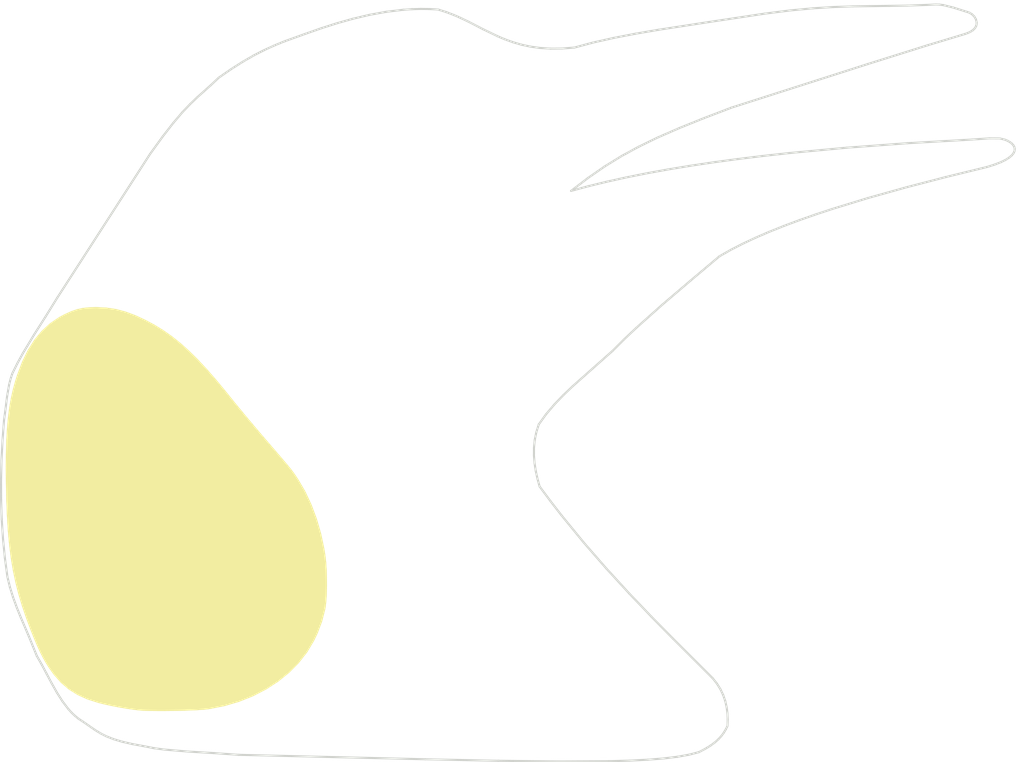
<source format=kicad_pcb>
(kicad_pcb (version 20171130) (host pcbnew 5.1.5-52549c5~84~ubuntu19.10.1)

  (general
    (thickness 1.6)
    (drawings 224)
    (tracks 0)
    (zones 0)
    (modules 2)
    (nets 1)
  )

  (page A4)
  (layers
    (0 F.Cu signal)
    (31 B.Cu signal)
    (32 B.Adhes user)
    (33 F.Adhes user)
    (34 B.Paste user)
    (35 F.Paste user)
    (36 B.SilkS user)
    (37 F.SilkS user)
    (38 B.Mask user)
    (39 F.Mask user)
    (40 Dwgs.User user)
    (41 Cmts.User user)
    (42 Eco1.User user)
    (43 Eco2.User user)
    (44 Edge.Cuts user)
    (45 Margin user)
    (46 B.CrtYd user)
    (47 F.CrtYd user)
    (48 B.Fab user)
    (49 F.Fab user)
  )

  (setup
    (last_trace_width 0.25)
    (trace_clearance 0.2)
    (zone_clearance 0.508)
    (zone_45_only no)
    (trace_min 0.2)
    (via_size 0.6)
    (via_drill 0.4)
    (via_min_size 0.4)
    (via_min_drill 0.3)
    (uvia_size 0.3)
    (uvia_drill 0.1)
    (uvias_allowed no)
    (uvia_min_size 0.2)
    (uvia_min_drill 0.1)
    (edge_width 0.15)
    (segment_width 0.2)
    (pcb_text_width 0.3)
    (pcb_text_size 1.5 1.5)
    (mod_edge_width 0.15)
    (mod_text_size 1 1)
    (mod_text_width 0.15)
    (pad_size 1.524 1.524)
    (pad_drill 0.762)
    (pad_to_mask_clearance 0.2)
    (aux_axis_origin 0 0)
    (visible_elements FFFFFF7F)
    (pcbplotparams
      (layerselection 0x010f0_80000001)
      (usegerberextensions false)
      (usegerberattributes false)
      (usegerberadvancedattributes false)
      (creategerberjobfile false)
      (excludeedgelayer true)
      (linewidth 0.100000)
      (plotframeref false)
      (viasonmask false)
      (mode 1)
      (useauxorigin false)
      (hpglpennumber 1)
      (hpglpenspeed 20)
      (hpglpendiameter 15.000000)
      (psnegative false)
      (psa4output false)
      (plotreference true)
      (plotvalue true)
      (plotinvisibletext false)
      (padsonsilk false)
      (subtractmaskfromsilk false)
      (outputformat 1)
      (mirror false)
      (drillshape 1)
      (scaleselection 1)
      (outputdirectory "gerbers/"))
  )

  (net 0 "")

  (net_class Default "This is the default net class."
    (clearance 0.2)
    (trace_width 0.25)
    (via_dia 0.6)
    (via_drill 0.4)
    (uvia_dia 0.3)
    (uvia_drill 0.1)
  )

  (module LOGO (layer F.Cu) (tedit 0) (tstamp 5E48B06F)
    (at 55 166.35)
    (fp_text reference G*** (at 0 0) (layer F.SilkS) hide
      (effects (font (size 1.524 1.524) (thickness 0.3)))
    )
    (fp_text value LOGO (at 0.75 0) (layer F.SilkS) hide
      (effects (font (size 1.524 1.524) (thickness 0.3)))
    )
    (fp_poly (pts (xy -19.693039 -3.847537) (xy -19.230804 -3.777076) (xy -18.767473 -3.654119) (xy -18.285391 -3.474042)
      (xy -17.801166 -3.249464) (xy -17.364894 -3.015689) (xy -16.944586 -2.757543) (xy -16.533622 -2.469003)
      (xy -16.125384 -2.144048) (xy -15.71325 -1.776656) (xy -15.290601 -1.360806) (xy -14.850818 -0.890477)
      (xy -14.387279 -0.359645) (xy -13.893365 0.237709) (xy -13.693603 0.486834) (xy -13.496453 0.731567)
      (xy -13.256621 1.024437) (xy -12.987134 1.349822) (xy -12.701019 1.692104) (xy -12.411303 2.035661)
      (xy -12.131014 2.364872) (xy -12.002654 2.514368) (xy -11.706722 2.857939) (xy -11.460177 3.144464)
      (xy -11.257208 3.381096) (xy -11.092002 3.574987) (xy -10.958748 3.733293) (xy -10.851635 3.863165)
      (xy -10.764852 3.971757) (xy -10.692586 4.066223) (xy -10.629027 4.153715) (xy -10.568363 4.241388)
      (xy -10.504783 4.336394) (xy -10.432475 4.445887) (xy -10.428173 4.452405) (xy -10.089802 5.027927)
      (xy -9.789237 5.667672) (xy -9.531379 6.357852) (xy -9.321125 7.08468) (xy -9.163377 7.834368)
      (xy -9.114455 8.149167) (xy -9.079103 8.472201) (xy -9.055089 8.838148) (xy -9.042373 9.227183)
      (xy -9.040916 9.619479) (xy -9.050677 9.99521) (xy -9.071618 10.334548) (xy -9.103699 10.617669)
      (xy -9.119563 10.710334) (xy -9.272721 11.31163) (xy -9.499349 11.907791) (xy -9.662943 12.250219)
      (xy -9.993409 12.804205) (xy -10.395499 13.320048) (xy -10.863502 13.794058) (xy -11.391702 14.222546)
      (xy -11.974386 14.601821) (xy -12.605839 14.928195) (xy -13.280348 15.197976) (xy -13.992199 15.407476)
      (xy -14.735678 15.553004) (xy -14.789756 15.560841) (xy -14.988174 15.582152) (xy -15.255497 15.600952)
      (xy -15.575992 15.616951) (xy -15.933926 15.629858) (xy -16.313566 15.639384) (xy -16.69918 15.645237)
      (xy -17.075035 15.647129) (xy -17.425397 15.644767) (xy -17.734534 15.637862) (xy -17.986714 15.626124)
      (xy -18.055166 15.621106) (xy -18.344887 15.589358) (xy -18.690385 15.539013) (xy -19.066016 15.474694)
      (xy -19.446136 15.401022) (xy -19.805103 15.322618) (xy -20.056888 15.260366) (xy -20.603163 15.087331)
      (xy -21.083311 14.871081) (xy -21.507994 14.604066) (xy -21.887873 14.278737) (xy -22.233611 13.887545)
      (xy -22.476511 13.547012) (xy -22.629263 13.303076) (xy -22.772342 13.048628) (xy -22.913013 12.768652)
      (xy -23.058547 12.448134) (xy -23.216211 12.072057) (xy -23.337308 11.768667) (xy -23.565509 11.164)
      (xy -23.764527 10.581628) (xy -23.936174 10.010833) (xy -24.082262 9.440899) (xy -24.204604 8.86111)
      (xy -24.305013 8.260748) (xy -24.385301 7.629099) (xy -24.44728 6.955445) (xy -24.492762 6.22907)
      (xy -24.523561 5.439257) (xy -24.540371 4.65519) (xy -24.546568 3.886627) (xy -24.540956 3.193194)
      (xy -24.522628 2.566059) (xy -24.490679 1.996391) (xy -24.444202 1.475358) (xy -24.382291 0.994129)
      (xy -24.30404 0.543872) (xy -24.208543 0.115755) (xy -24.094893 -0.299053) (xy -24.001906 -0.592666)
      (xy -23.758407 -1.234762) (xy -23.480588 -1.801743) (xy -23.165768 -2.297028) (xy -22.811269 -2.724033)
      (xy -22.414411 -3.086176) (xy -21.972514 -3.386875) (xy -21.695833 -3.53384) (xy -21.387097 -3.671797)
      (xy -21.108235 -3.768161) (xy -20.830958 -3.829175) (xy -20.526979 -3.861081) (xy -20.171833 -3.870123)
      (xy -19.693039 -3.847537)) (layer F.SilkS) (width 0.01))
  )

  (module LOGO (layer F.Cu) (tedit 0) (tstamp 5E48B090)
    (at 55.05 166.35)
    (fp_text reference G*** (at 0 0) (layer F.SilkS) hide
      (effects (font (size 1.524 1.524) (thickness 0.3)))
    )
    (fp_text value LOGO (at 0.75 0) (layer F.SilkS) hide
      (effects (font (size 1.524 1.524) (thickness 0.3)))
    )
    (fp_poly (pts (xy 20.414325 -18.708296) (xy 20.599599 -18.705507) (xy 20.74975 -18.699664) (xy 20.874682 -18.690467)
      (xy 20.984302 -18.677612) (xy 21.088516 -18.660797) (xy 21.197229 -18.639719) (xy 21.242964 -18.630283)
      (xy 21.500398 -18.569756) (xy 21.765811 -18.495375) (xy 22.019001 -18.41387) (xy 22.239762 -18.33197)
      (xy 22.407892 -18.256406) (xy 22.46644 -18.222753) (xy 22.610722 -18.081394) (xy 22.700415 -17.895811)
      (xy 22.735593 -17.686439) (xy 22.716329 -17.473712) (xy 22.642696 -17.278063) (xy 22.514769 -17.119927)
      (xy 22.462343 -17.080562) (xy 22.436664 -17.065413) (xy 22.400427 -17.047781) (xy 22.348714 -17.026065)
      (xy 22.276607 -16.998666) (xy 22.179189 -16.963985) (xy 22.051543 -16.92042) (xy 21.88875 -16.866373)
      (xy 21.685895 -16.800243) (xy 21.438058 -16.720431) (xy 21.140324 -16.625338) (xy 20.787773 -16.513362)
      (xy 20.375489 -16.382905) (xy 19.898555 -16.232366) (xy 19.352053 -16.060146) (xy 18.731065 -15.864645)
      (xy 18.542 -15.805146) (xy 17.398336 -15.444456) (xy 16.332124 -15.106402) (xy 15.339629 -14.789608)
      (xy 14.417112 -14.492701) (xy 13.560835 -14.214306) (xy 12.767061 -13.953049) (xy 12.032052 -13.707554)
      (xy 11.352071 -13.476447) (xy 10.72338 -13.258354) (xy 10.142242 -13.0519) (xy 9.604918 -12.85571)
      (xy 9.107672 -12.668411) (xy 8.646766 -12.488627) (xy 8.218462 -12.314984) (xy 7.819022 -12.146108)
      (xy 7.44471 -11.980623) (xy 7.091786 -11.817156) (xy 6.756515 -11.654331) (xy 6.435157 -11.490775)
      (xy 6.123977 -11.325112) (xy 5.819235 -11.155968) (xy 5.672667 -11.072286) (xy 5.475436 -10.956387)
      (xy 5.257523 -10.824452) (xy 5.029995 -10.683621) (xy 4.803924 -10.541035) (xy 4.590378 -10.403835)
      (xy 4.400427 -10.27916) (xy 4.245141 -10.174151) (xy 4.13559 -10.095948) (xy 4.082843 -10.051693)
      (xy 4.080162 -10.04506) (xy 4.123456 -10.050215) (xy 4.235234 -10.072637) (xy 4.401774 -10.109324)
      (xy 4.609357 -10.157276) (xy 4.787632 -10.199772) (xy 5.656026 -10.39673) (xy 6.603761 -10.587961)
      (xy 7.625667 -10.772867) (xy 8.716575 -10.950848) (xy 9.871315 -11.121305) (xy 11.084716 -11.283639)
      (xy 12.35161 -11.43725) (xy 13.666825 -11.581539) (xy 15.025193 -11.715907) (xy 16.421542 -11.839754)
      (xy 17.850704 -11.952483) (xy 19.307508 -12.053492) (xy 20.786785 -12.142184) (xy 22.144169 -12.211499)
      (xy 22.581638 -12.23072) (xy 22.944152 -12.24327) (xy 23.241197 -12.248665) (xy 23.482257 -12.246417)
      (xy 23.67682 -12.236038) (xy 23.834371 -12.217044) (xy 23.964394 -12.188946) (xy 24.076376 -12.151258)
      (xy 24.172121 -12.107442) (xy 24.334803 -11.996829) (xy 24.473732 -11.852689) (xy 24.564817 -11.701696)
      (xy 24.580064 -11.655735) (xy 24.58234 -11.48287) (xy 24.514136 -11.296626) (xy 24.383352 -11.115645)
      (xy 24.32775 -11.060202) (xy 24.25509 -10.998682) (xy 24.170817 -10.939726) (xy 24.068979 -10.881386)
      (xy 23.943626 -10.821713) (xy 23.788807 -10.758758) (xy 23.598571 -10.690574) (xy 23.366967 -10.615211)
      (xy 23.088044 -10.53072) (xy 22.755852 -10.435154) (xy 22.364438 -10.326563) (xy 21.907854 -10.203)
      (xy 21.380146 -10.062515) (xy 20.870334 -9.928107) (xy 19.980657 -9.69265) (xy 19.165958 -9.473466)
      (xy 18.418595 -9.268319) (xy 17.730926 -9.074973) (xy 17.09531 -8.891192) (xy 16.504106 -8.714742)
      (xy 15.949672 -8.543386) (xy 15.424366 -8.374888) (xy 14.920547 -8.207013) (xy 14.541652 -8.076492)
      (xy 14.233146 -7.96746) (xy 13.942257 -7.861659) (xy 13.656509 -7.754093) (xy 13.363424 -7.639765)
      (xy 13.050527 -7.513677) (xy 12.705342 -7.370832) (xy 12.315392 -7.206233) (xy 11.868201 -7.014883)
      (xy 11.567036 -6.885074) (xy 11.29238 -6.767671) (xy 11.047397 -6.666547) (xy 10.819959 -6.57799)
      (xy 10.597938 -6.49829) (xy 10.369205 -6.423734) (xy 10.121633 -6.350611) (xy 9.843091 -6.275209)
      (xy 9.521451 -6.193816) (xy 9.144586 -6.10272) (xy 8.700367 -5.99821) (xy 8.56943 -5.967705)
      (xy 7.744772 -5.773993) (xy 6.996328 -5.593871) (xy 6.317148 -5.425079) (xy 5.700275 -5.265352)
      (xy 5.138758 -5.112431) (xy 4.625643 -4.964053) (xy 4.153976 -4.817955) (xy 3.716803 -4.671877)
      (xy 3.307171 -4.523556) (xy 2.918127 -4.37073) (xy 2.542717 -4.211137) (xy 2.173987 -4.042516)
      (xy 1.804983 -3.862604) (xy 1.428753 -3.66914) (xy 1.309968 -3.606273) (xy 0.98182 -3.433229)
      (xy 0.717134 -3.298911) (xy 0.505724 -3.20028) (xy 0.337407 -3.134293) (xy 0.201998 -3.097908)
      (xy 0.089312 -3.088085) (xy -0.010836 -3.101781) (xy -0.10863 -3.135954) (xy -0.169333 -3.164482)
      (xy -0.294967 -3.262356) (xy -0.423558 -3.422622) (xy -0.541673 -3.62461) (xy -0.63588 -3.847647)
      (xy -0.657548 -3.915833) (xy -0.685131 -4.023071) (xy -0.725424 -4.1966) (xy -0.774728 -4.419647)
      (xy -0.829341 -4.675443) (xy -0.885564 -4.947216) (xy -0.891039 -4.974166) (xy -0.959381 -5.302332)
      (xy -1.040787 -5.679295) (xy -1.127873 -6.071693) (xy -1.213258 -6.446164) (xy -1.273469 -6.702426)
      (xy -1.381056 -7.162003) (xy -1.467166 -7.553923) (xy -1.5339 -7.891849) (xy -1.583354 -8.189442)
      (xy -1.617627 -8.460364) (xy -1.638818 -8.718277) (xy -1.649025 -8.976843) (xy -1.650764 -9.15879)
      (xy -1.647634 -9.389971) (xy -1.639225 -9.603778) (xy -1.626732 -9.779465) (xy -1.611349 -9.896284)
      (xy -1.607309 -9.913439) (xy -1.525097 -10.107418) (xy -1.375072 -10.345199) (xy -1.159712 -10.623383)
      (xy -0.881493 -10.938573) (xy -0.785544 -11.040464) (xy -0.387876 -11.469863) (xy -0.055983 -11.857404)
      (xy 0.213949 -12.209455) (xy 0.425733 -12.532389) (xy 0.583182 -12.832573) (xy 0.69011 -13.116379)
      (xy 0.750329 -13.390176) (xy 0.767749 -13.635277) (xy 0.754948 -13.883491) (xy 0.70766 -14.090363)
      (xy 0.614999 -14.288919) (xy 0.489272 -14.480231) (xy 0.323035 -14.734196) (xy 0.219357 -14.949272)
      (xy 0.173005 -15.137298) (xy 0.169334 -15.204167) (xy 0.1758 -15.305109) (xy 0.204361 -15.38675)
      (xy 0.268755 -15.473447) (xy 0.382722 -15.589556) (xy 0.391584 -15.598131) (xy 0.632102 -15.791241)
      (xy 0.942781 -15.977733) (xy 1.309121 -16.149873) (xy 1.693334 -16.292364) (xy 1.983256 -16.380289)
      (xy 2.347085 -16.47916) (xy 2.775071 -16.586871) (xy 3.257465 -16.701318) (xy 3.784519 -16.820393)
      (xy 4.346483 -16.941991) (xy 4.93361 -17.064006) (xy 5.53615 -17.184332) (xy 6.144354 -17.300865)
      (xy 6.748474 -17.411497) (xy 7.338762 -17.514123) (xy 7.387167 -17.522272) (xy 7.698845 -17.574059)
      (xy 8.063672 -17.633763) (xy 8.469695 -17.699497) (xy 8.904961 -17.769379) (xy 9.357517 -17.841523)
      (xy 9.815412 -17.914045) (xy 10.266692 -17.985061) (xy 10.699405 -18.052687) (xy 11.101598 -18.115038)
      (xy 11.461319 -18.170229) (xy 11.766616 -18.216377) (xy 12.005536 -18.251597) (xy 12.086167 -18.263092)
      (xy 12.869796 -18.36175) (xy 13.726363 -18.447933) (xy 14.657695 -18.521753) (xy 15.665618 -18.583321)
      (xy 16.751961 -18.632751) (xy 17.91855 -18.670153) (xy 19.123875 -18.694975) (xy 19.548702 -18.701372)
      (xy 19.898782 -18.705927) (xy 20.184021 -18.708335) (xy 20.414325 -18.708296)) (layer F.Mask) (width 0.01))
  )

  (gr_line (start 57.90592 149.93544) (end 57.308259 149.98205) (layer Edge.Cuts) (width 0.1) (tstamp 5E48ADCD))
  (gr_line (start 57.308259 149.98205) (end 56.758637 149.987027) (layer Edge.Cuts) (width 0.1) (tstamp 5E48AEC3))
  (gr_line (start 56.758637 149.987027) (end 56.252085 149.954676) (layer Edge.Cuts) (width 0.1) (tstamp 5E48AEC6))
  (gr_line (start 56.252085 149.954676) (end 55.783638 149.889302) (layer Edge.Cuts) (width 0.1) (tstamp 5E48AEC9))
  (gr_line (start 55.783638 149.889302) (end 55.348327 149.795209) (layer Edge.Cuts) (width 0.1) (tstamp 5E48AEC0))
  (gr_line (start 55.348327 149.795209) (end 54.941185 149.676704) (layer Edge.Cuts) (width 0.1) (tstamp 5E48AEBD))
  (gr_line (start 54.941185 149.676704) (end 54.557246 149.538089) (layer Edge.Cuts) (width 0.1) (tstamp 5E48AEBA))
  (gr_line (start 54.557246 149.538089) (end 54.191541 149.383671) (layer Edge.Cuts) (width 0.1) (tstamp 5E48AF4D))
  (gr_line (start 54.191541 149.383671) (end 53.49497 149.044644) (layer Edge.Cuts) (width 0.1) (tstamp 5E48AF4A))
  (gr_line (start 53.49497 149.044644) (end 52.811733 148.69406) (layer Edge.Cuts) (width 0.1) (tstamp 5E48AD04))
  (gr_line (start 52.811733 148.69406) (end 52.462697 148.525197) (layer Edge.Cuts) (width 0.1) (tstamp 5E48AD01))
  (gr_line (start 52.462697 148.525197) (end 52.102094 148.366359) (layer Edge.Cuts) (width 0.1) (tstamp 5E48ACFE))
  (gr_line (start 52.102094 148.366359) (end 51.724955 148.221852) (layer Edge.Cuts) (width 0.1) (tstamp 5E48ACFB))
  (gr_line (start 51.724955 148.221852) (end 51.326315 148.09598) (layer Edge.Cuts) (width 0.1))
  (gr_line (start 51.326315 148.09598) (end 50.906707 148.072935) (layer Edge.Cuts) (width 0.1))
  (gr_line (start 50.906707 148.072935) (end 50.48739 148.068077) (layer Edge.Cuts) (width 0.1))
  (gr_line (start 50.48739 148.068077) (end 50.068919 148.080239) (layer Edge.Cuts) (width 0.1))
  (gr_line (start 50.068919 148.080239) (end 49.651852 148.108255) (layer Edge.Cuts) (width 0.1) (tstamp 5E48B054))
  (gr_line (start 49.651852 148.108255) (end 48.824152 148.207179) (layer Edge.Cuts) (width 0.1) (tstamp 5E48B051))
  (gr_line (start 48.824152 148.207179) (end 48.008739 148.355512) (layer Edge.Cuts) (width 0.1) (tstamp 5E48B04E))
  (gr_line (start 48.008739 148.355512) (end 47.210063 148.543922) (layer Edge.Cuts) (width 0.1) (tstamp 5E48B08A))
  (gr_line (start 47.210063 148.543922) (end 46.432574 148.763071) (layer Edge.Cuts) (width 0.1) (tstamp 5E48B087))
  (gr_line (start 46.432574 148.763071) (end 45.680721 149.003626) (layer Edge.Cuts) (width 0.1) (tstamp 5E48B084))
  (gr_line (start 45.680721 149.003626) (end 44.958954 149.25625) (layer Edge.Cuts) (width 0.1) (tstamp 5E48B081))
  (gr_line (start 44.958954 149.25625) (end 43.914707 149.631729) (layer Edge.Cuts) (width 0.1) (tstamp 5E48B07E))
  (gr_line (start 43.914707 149.631729) (end 43.419084 149.834051) (layer Edge.Cuts) (width 0.1) (tstamp 5E48B07B))
  (gr_line (start 43.419084 149.834051) (end 42.925363 150.059439) (layer Edge.Cuts) (width 0.1) (tstamp 5E48B078))
  (gr_line (start 42.925363 150.059439) (end 42.42172 150.317899) (layer Edge.Cuts) (width 0.1) (tstamp 5E48B069))
  (gr_line (start 42.42172 150.317899) (end 41.896332 150.619439) (layer Edge.Cuts) (width 0.1) (tstamp 5E48B066))
  (gr_line (start 41.896332 150.619439) (end 41.337375 150.974067) (layer Edge.Cuts) (width 0.1) (tstamp 5E48B063))
  (gr_line (start 41.337375 150.974067) (end 40.733025 151.39179) (layer Edge.Cuts) (width 0.1) (tstamp 5E48B060))
  (gr_line (start 40.733025 151.39179) (end 40.357019 151.747717) (layer Edge.Cuts) (width 0.1) (tstamp 5E48B05D))
  (gr_line (start 40.357019 151.747717) (end 40.016247 152.052698) (layer Edge.Cuts) (width 0.1) (tstamp 5E48B05A))
  (gr_line (start 40.016247 152.052698) (end 39.687663 152.347118) (layer Edge.Cuts) (width 0.1) (tstamp 5E48B057))
  (gr_line (start 39.687663 152.347118) (end 39.348221 152.671358) (layer Edge.Cuts) (width 0.1) (tstamp 5E48B0A5))
  (gr_line (start 39.348221 152.671358) (end 38.974876 153.0658) (layer Edge.Cuts) (width 0.1) (tstamp 5E48B0A2))
  (gr_line (start 38.974876 153.0658) (end 38.544582 153.570828) (layer Edge.Cuts) (width 0.1) (tstamp 5E48B09F))
  (gr_line (start 38.544582 153.570828) (end 38.034292 154.226824) (layer Edge.Cuts) (width 0.1) (tstamp 5E48B09C))
  (gr_line (start 38.034292 154.226824) (end 37.420962 155.07417) (layer Edge.Cuts) (width 0.1) (tstamp 5E48B099))
  (gr_line (start 37.420962 155.07417) (end 32.928857 162.03748) (layer Edge.Cuts) (width 0.1) (tstamp 5E48AF38))
  (gr_line (start 32.928857 162.03748) (end 32.376586 162.929806) (layer Edge.Cuts) (width 0.1) (tstamp 5E48AF35))
  (gr_line (start 32.376586 162.929806) (end 31.816326 163.810025) (layer Edge.Cuts) (width 0.1) (tstamp 5E48ACF5))
  (gr_line (start 31.816326 163.810025) (end 31.272044 164.714454) (layer Edge.Cuts) (width 0.1) (tstamp 5E48ACF2))
  (gr_line (start 31.272044 164.714454) (end 31.013383 165.187096) (layer Edge.Cuts) (width 0.1) (tstamp 5E48ACEF))
  (gr_line (start 31.013383 165.187096) (end 30.767703 165.67941) (layer Edge.Cuts) (width 0.1) (tstamp 5E48ACEC))
  (gr_line (start 30.767703 165.67941) (end 30.678078 165.957388) (layer Edge.Cuts) (width 0.1) (tstamp 5E48ACE9))
  (gr_line (start 30.678078 165.957388) (end 30.607983 166.238328) (layer Edge.Cuts) (width 0.1) (tstamp 5E48ACE6))
  (gr_line (start 30.607983 166.238328) (end 30.50963 166.80727) (layer Edge.Cuts) (width 0.1) (tstamp 5E48ACE3))
  (gr_line (start 30.50963 166.80727) (end 30.439151 167.382587) (layer Edge.Cuts) (width 0.1) (tstamp 5E48AE21))
  (gr_line (start 30.439151 167.382587) (end 30.36305 167.96063) (layer Edge.Cuts) (width 0.1) (tstamp 5E48AE1E))
  (gr_line (start 30.36305 167.96063) (end 30.291199 168.921656) (layer Edge.Cuts) (width 0.1) (tstamp 5E48AE1B))
  (gr_line (start 30.291199 168.921656) (end 30.243082 169.881111) (layer Edge.Cuts) (width 0.1) (tstamp 5E48AE18))
  (gr_line (start 30.243082 169.881111) (end 30.220035 170.837294) (layer Edge.Cuts) (width 0.1) (tstamp 5E48AE15))
  (gr_line (start 30.220035 170.837294) (end 30.223393 171.788508) (layer Edge.Cuts) (width 0.1) (tstamp 5E48AE12))
  (gr_line (start 30.223393 171.788508) (end 30.254491 172.73305) (layer Edge.Cuts) (width 0.1) (tstamp 5E48AE0F))
  (gr_line (start 30.254491 172.73305) (end 30.314664 173.669223) (layer Edge.Cuts) (width 0.1) (tstamp 5E48AE78))
  (gr_line (start 30.314664 173.669223) (end 30.405247 174.595326) (layer Edge.Cuts) (width 0.1) (tstamp 5E48AE75))
  (gr_line (start 30.405247 174.595326) (end 30.527575 175.50966) (layer Edge.Cuts) (width 0.1) (tstamp 5E48AE72))
  (gr_line (start 30.527575 175.50966) (end 30.64744 176.004936) (layer Edge.Cuts) (width 0.1) (tstamp 5E48AE6F))
  (gr_line (start 30.64744 176.004936) (end 30.797694 176.491318) (layer Edge.Cuts) (width 0.1) (tstamp 5E48AE6C))
  (gr_line (start 30.797694 176.491318) (end 30.97139 176.970839) (layer Edge.Cuts) (width 0.1) (tstamp 5E48AE69))
  (gr_line (start 30.97139 176.970839) (end 31.161579 177.445534) (layer Edge.Cuts) (width 0.1) (tstamp 5E48AE66))
  (gr_line (start 31.161579 177.445534) (end 31.563652 178.388573) (layer Edge.Cuts) (width 0.1) (tstamp 5E48AD76))
  (gr_line (start 31.563652 178.388573) (end 31.948333 179.3367) (layer Edge.Cuts) (width 0.1) (tstamp 5E48AD73))
  (gr_line (start 31.948333 179.3367) (end 32.188523 179.758551) (layer Edge.Cuts) (width 0.1) (tstamp 5E48AD70))
  (gr_line (start 32.188523 179.758551) (end 32.425488 180.203988) (layer Edge.Cuts) (width 0.1) (tstamp 5E48AD6D))
  (gr_line (start 32.425488 180.203988) (end 32.666014 180.657413) (layer Edge.Cuts) (width 0.1) (tstamp 5E48AD6A))
  (gr_line (start 32.666014 180.657413) (end 32.916884 181.103228) (layer Edge.Cuts) (width 0.1) (tstamp 5E48AD67))
  (gr_line (start 32.916884 181.103228) (end 33.184885 181.525832) (layer Edge.Cuts) (width 0.1) (tstamp 5E48AD64))
  (gr_line (start 33.184885 181.525832) (end 33.4768 181.909628) (layer Edge.Cuts) (width 0.1) (tstamp 5E48AD2E))
  (gr_line (start 33.4768 181.909628) (end 33.633846 182.082099) (layer Edge.Cuts) (width 0.1) (tstamp 5E48AD2B))
  (gr_line (start 33.633846 182.082099) (end 33.799415 182.239017) (layer Edge.Cuts) (width 0.1) (tstamp 5E48AD28))
  (gr_line (start 33.799415 182.239017) (end 33.974355 182.378434) (layer Edge.Cuts) (width 0.1) (tstamp 5E48AD25))
  (gr_line (start 33.974355 182.378434) (end 34.159515 182.4984) (layer Edge.Cuts) (width 0.1) (tstamp 5E48AD22))
  (gr_line (start 34.159515 182.4984) (end 34.760245 182.915616) (layer Edge.Cuts) (width 0.1) (tstamp 5E48AD1F))
  (gr_line (start 34.760245 182.915616) (end 35.035961 183.082925) (layer Edge.Cuts) (width 0.1) (tstamp 5E48AD1C))
  (gr_line (start 35.035961 183.082925) (end 35.329012 183.229455) (layer Edge.Cuts) (width 0.1) (tstamp 5E48AD19))
  (gr_line (start 35.329012 183.229455) (end 35.664727 183.360268) (layer Edge.Cuts) (width 0.1) (tstamp 5E48AD16))
  (gr_line (start 35.664727 183.360268) (end 36.068433 183.480429) (layer Edge.Cuts) (width 0.1) (tstamp 5E48AD13))
  (gr_line (start 36.068433 183.480429) (end 36.565458 183.595002) (layer Edge.Cuts) (width 0.1) (tstamp 5E48AD10))
  (gr_line (start 36.565458 183.595002) (end 37.181128 183.70905) (layer Edge.Cuts) (width 0.1) (tstamp 5E48AD0D))
  (gr_line (start 37.181128 183.70905) (end 37.612875 183.794127) (layer Edge.Cuts) (width 0.1) (tstamp 5E48AD0A))
  (gr_line (start 37.612875 183.794127) (end 38.112127 183.860953) (layer Edge.Cuts) (width 0.1) (tstamp 5E48AD07))
  (gr_line (start 38.112127 183.860953) (end 39.254402 183.956742) (layer Edge.Cuts) (width 0.1) (tstamp 5E48AEF3))
  (gr_line (start 39.254402 183.956742) (end 40.490466 184.030201) (layer Edge.Cuts) (width 0.1) (tstamp 5E48AEF0))
  (gr_line (start 40.490466 184.030201) (end 41.702833 184.11511) (layer Edge.Cuts) (width 0.1) (tstamp 5E48AEED))
  (gr_line (start 41.702833 184.11511) (end 50.712268 184.329557) (layer Edge.Cuts) (width 0.1) (tstamp 5E48AEEA))
  (gr_line (start 50.712268 184.329557) (end 54.238683 184.401861) (layer Edge.Cuts) (width 0.1) (tstamp 5E48AEE7))
  (gr_line (start 54.238683 184.401861) (end 57.173991 184.436599) (layer Edge.Cuts) (width 0.1) (tstamp 5E48AEE4))
  (gr_line (start 57.173991 184.436599) (end 59.564009 184.423052) (layer Edge.Cuts) (width 0.1) (tstamp 5E48AEE1))
  (gr_line (start 59.564009 184.423052) (end 60.568853 184.394824) (layer Edge.Cuts) (width 0.1) (tstamp 5E48AEDE))
  (gr_line (start 60.568853 184.394824) (end 61.454557 184.350506) (layer Edge.Cuts) (width 0.1) (tstamp 5E48AEDB))
  (gr_line (start 61.454557 184.350506) (end 62.226848 184.28876) (layer Edge.Cuts) (width 0.1) (tstamp 5E48AED8))
  (gr_line (start 62.226848 184.28876) (end 62.891454 184.208244) (layer Edge.Cuts) (width 0.1) (tstamp 5E48AED5))
  (gr_line (start 62.891454 184.208244) (end 63.454102 184.107621) (layer Edge.Cuts) (width 0.1) (tstamp 5E48AED2))
  (gr_line (start 63.454102 184.107621) (end 63.92052 183.98555) (layer Edge.Cuts) (width 0.1) (tstamp 5E48AECF))
  (gr_line (start 63.92052 183.98555) (end 64.216472 183.832811) (layer Edge.Cuts) (width 0.1) (tstamp 5E48AECC))
  (gr_line (start 64.216472 183.832811) (end 64.468241 183.679542) (layer Edge.Cuts) (width 0.1) (tstamp 5E48AE8D))
  (gr_line (start 64.468241 183.679542) (end 64.680364 183.525137) (layer Edge.Cuts) (width 0.1) (tstamp 5E48AE8A))
  (gr_line (start 64.680364 183.525137) (end 64.857378 183.368988) (layer Edge.Cuts) (width 0.1) (tstamp 5E48AE87))
  (gr_line (start 64.857378 183.368988) (end 65.003822 183.210486) (layer Edge.Cuts) (width 0.1) (tstamp 5E48AE84))
  (gr_line (start 65.003822 183.210486) (end 65.124232 183.049024) (layer Edge.Cuts) (width 0.1) (tstamp 5E48AE81))
  (gr_line (start 65.124232 183.049024) (end 65.223147 182.883995) (layer Edge.Cuts) (width 0.1) (tstamp 5E48AE7E))
  (gr_line (start 65.223147 182.883995) (end 65.305104 182.71479) (layer Edge.Cuts) (width 0.1) (tstamp 5E48AE7B))
  (gr_line (start 65.305104 182.71479) (end 65.314366 182.408317) (layer Edge.Cuts) (width 0.1) (tstamp 5E48ADF7))
  (gr_line (start 65.314366 182.408317) (end 65.301105 182.10605) (layer Edge.Cuts) (width 0.1) (tstamp 5E48ADF4))
  (gr_line (start 65.301105 182.10605) (end 65.262486 181.808591) (layer Edge.Cuts) (width 0.1) (tstamp 5E48ADF1))
  (gr_line (start 65.262486 181.808591) (end 65.195673 181.516545) (layer Edge.Cuts) (width 0.1) (tstamp 5E48ADEE))
  (gr_line (start 65.195673 181.516545) (end 65.097832 181.230516) (layer Edge.Cuts) (width 0.1) (tstamp 5E48ADEB))
  (gr_line (start 65.097832 181.230516) (end 64.966127 180.951108) (layer Edge.Cuts) (width 0.1) (tstamp 5E48ADE8))
  (gr_line (start 64.966127 180.951108) (end 64.797724 180.678924) (layer Edge.Cuts) (width 0.1) (tstamp 5E48ADE5))
  (gr_line (start 64.797724 180.678924) (end 64.589788 180.41457) (layer Edge.Cuts) (width 0.1) (tstamp 5E48AE36))
  (gr_line (start 64.589788 180.41457) (end 62.674269 178.502346) (layer Edge.Cuts) (width 0.1) (tstamp 5E48AE33))
  (gr_line (start 62.674269 178.502346) (end 61.632277 177.442015) (layer Edge.Cuts) (width 0.1) (tstamp 5E48AE30))
  (gr_line (start 61.632277 177.442015) (end 60.555817 176.313873) (layer Edge.Cuts) (width 0.1) (tstamp 5E48AE2D))
  (gr_line (start 60.555817 176.313873) (end 59.461154 175.119168) (layer Edge.Cuts) (width 0.1) (tstamp 5E48AE2A))
  (gr_line (start 59.461154 175.119168) (end 58.364552 173.859153) (layer Edge.Cuts) (width 0.1) (tstamp 5E48AE27))
  (gr_line (start 58.364552 173.859153) (end 57.282277 172.535077) (layer Edge.Cuts) (width 0.1) (tstamp 5E48AE24))
  (gr_line (start 57.282277 172.535077) (end 56.751594 171.849406) (layer Edge.Cuts) (width 0.1) (tstamp 5E48ADB5))
  (gr_line (start 56.751594 171.849406) (end 56.230593 171.14819) (layer Edge.Cuts) (width 0.1) (tstamp 5E48ADB2))
  (gr_line (start 56.230593 171.14819) (end 56.127485 170.772988) (layer Edge.Cuts) (width 0.1) (tstamp 5E48ADAF))
  (gr_line (start 56.127485 170.772988) (end 56.045113 170.397787) (layer Edge.Cuts) (width 0.1) (tstamp 5E48ADAC))
  (gr_line (start 56.045113 170.397787) (end 55.987122 170.022586) (layer Edge.Cuts) (width 0.1) (tstamp 5E48ADA9))
  (gr_line (start 55.987122 170.022586) (end 55.957162 169.647386) (layer Edge.Cuts) (width 0.1) (tstamp 5E48ADA6))
  (gr_line (start 55.957162 169.647386) (end 55.958878 169.272187) (layer Edge.Cuts) (width 0.1) (tstamp 5E48ADA3))
  (gr_line (start 55.958878 169.272187) (end 55.995919 168.896988) (layer Edge.Cuts) (width 0.1) (tstamp 5E48AE4E))
  (gr_line (start 55.995919 168.896988) (end 56.071931 168.521789) (layer Edge.Cuts) (width 0.1) (tstamp 5E48AE4B))
  (gr_line (start 56.071931 168.521789) (end 56.190563 168.14659) (layer Edge.Cuts) (width 0.1) (tstamp 5E48AE48))
  (gr_line (start 56.190563 168.14659) (end 56.537591 167.661447) (layer Edge.Cuts) (width 0.1) (tstamp 5E48AE45))
  (gr_line (start 56.537591 167.661447) (end 56.934662 167.192686) (layer Edge.Cuts) (width 0.1) (tstamp 5E48AE42))
  (gr_line (start 56.934662 167.192686) (end 57.370784 166.737996) (layer Edge.Cuts) (width 0.1) (tstamp 5E48AE3F))
  (gr_line (start 57.370784 166.737996) (end 57.834967 166.295064) (layer Edge.Cuts) (width 0.1) (tstamp 5E48AE3C))
  (gr_line (start 57.834967 166.295064) (end 58.803547 165.435232) (layer Edge.Cuts) (width 0.1) (tstamp 5E48AD8B))
  (gr_line (start 58.803547 165.435232) (end 59.752468 164.5947) (layer Edge.Cuts) (width 0.1) (tstamp 5E48AD88))
  (gr_line (start 59.752468 164.5947) (end 60.304534 164.043179) (layer Edge.Cuts) (width 0.1) (tstamp 5E48AD85))
  (gr_line (start 60.304534 164.043179) (end 60.895029 163.484865) (layer Edge.Cuts) (width 0.1) (tstamp 5E48AD82))
  (gr_line (start 60.895029 163.484865) (end 62.167753 162.349995) (layer Edge.Cuts) (width 0.1) (tstamp 5E48AD7F))
  (gr_line (start 62.167753 162.349995) (end 63.523524 161.194365) (layer Edge.Cuts) (width 0.1) (tstamp 5E48AD7C))
  (gr_line (start 63.523524 161.194365) (end 64.915226 160.02225) (layer Edge.Cuts) (width 0.1) (tstamp 5E48AD79))
  (gr_line (start 64.915226 160.02225) (end 65.451669 159.717204) (layer Edge.Cuts) (width 0.1) (tstamp 5E48ADE2))
  (gr_line (start 65.451669 159.717204) (end 66.033904 159.417994) (layer Edge.Cuts) (width 0.1) (tstamp 5E48ADDF))
  (gr_line (start 66.033904 159.417994) (end 66.659915 159.124364) (layer Edge.Cuts) (width 0.1) (tstamp 5E48ADDC))
  (gr_line (start 66.659915 159.124364) (end 67.327691 158.836056) (layer Edge.Cuts) (width 0.1) (tstamp 5E48ADD9))
  (gr_line (start 67.327691 158.836056) (end 68.035217 158.552815) (layer Edge.Cuts) (width 0.1) (tstamp 5E48ADD6))
  (gr_line (start 68.035217 158.552815) (end 68.780481 158.274383) (layer Edge.Cuts) (width 0.1) (tstamp 5E48ADD3))
  (gr_line (start 68.780481 158.274383) (end 69.561468 158.000504) (layer Edge.Cuts) (width 0.1) (tstamp 5E48ADD0))
  (gr_line (start 69.561468 158.000504) (end 70.376166 157.730921) (layer Edge.Cuts) (width 0.1) (tstamp 5E48AE63))
  (gr_line (start 70.376166 157.730921) (end 72.09864 157.203619) (layer Edge.Cuts) (width 0.1) (tstamp 5E48AE60))
  (gr_line (start 72.09864 157.203619) (end 73.931795 156.690423) (layer Edge.Cuts) (width 0.1) (tstamp 5E48AE5D))
  (gr_line (start 73.931795 156.690423) (end 75.859523 156.189281) (layer Edge.Cuts) (width 0.1) (tstamp 5E48AE5A))
  (gr_line (start 75.859523 156.189281) (end 77.865718 155.69814) (layer Edge.Cuts) (width 0.1) (tstamp 5E48AE57))
  (gr_line (start 77.865718 155.69814) (end 78.211557 155.588707) (layer Edge.Cuts) (width 0.1) (tstamp 5E48AE54))
  (gr_line (start 78.211557 155.588707) (end 78.49733 155.477545) (layer Edge.Cuts) (width 0.1) (tstamp 5E48AE51))
  (gr_line (start 78.49733 155.477545) (end 78.727082 155.365702) (layer Edge.Cuts) (width 0.1) (tstamp 5E48AF1D))
  (gr_line (start 78.727082 155.365702) (end 78.904859 155.254223) (layer Edge.Cuts) (width 0.1) (tstamp 5E48AF1A))
  (gr_line (start 78.904859 155.254223) (end 79.034704 155.144157) (layer Edge.Cuts) (width 0.1) (tstamp 5E48AF17))
  (gr_line (start 79.034704 155.144157) (end 79.120663 155.036549) (layer Edge.Cuts) (width 0.1) (tstamp 5E48AF14))
  (gr_line (start 79.120663 155.036549) (end 79.166781 154.932448) (layer Edge.Cuts) (width 0.1) (tstamp 5E48AF11))
  (gr_line (start 79.166781 154.932448) (end 79.177102 154.8329) (layer Edge.Cuts) (width 0.1) (tstamp 5E48AF0E))
  (gr_line (start 79.177102 154.8329) (end 79.155672 154.738952) (layer Edge.Cuts) (width 0.1) (tstamp 5E48AF0B))
  (gr_line (start 79.155672 154.738952) (end 79.106535 154.651651) (layer Edge.Cuts) (width 0.1) (tstamp 5E48AE0C))
  (gr_line (start 79.106535 154.651651) (end 79.033737 154.572045) (layer Edge.Cuts) (width 0.1) (tstamp 5E48AE09))
  (gr_line (start 79.033737 154.572045) (end 78.941322 154.501179) (layer Edge.Cuts) (width 0.1) (tstamp 5E48AE06))
  (gr_line (start 78.941322 154.501179) (end 78.833335 154.440102) (layer Edge.Cuts) (width 0.1) (tstamp 5E48AE03))
  (gr_line (start 78.833335 154.440102) (end 78.713821 154.38986) (layer Edge.Cuts) (width 0.1) (tstamp 5E48AE00))
  (gr_line (start 78.713821 154.38986) (end 78.456392 154.32607) (layer Edge.Cuts) (width 0.1) (tstamp 5E48ADFD))
  (gr_line (start 78.456392 154.32607) (end 77.950748 154.322708) (layer Edge.Cuts) (width 0.1) (tstamp 5E48ADFA))
  (gr_line (start 77.950748 154.322708) (end 77.121746 154.37927) (layer Edge.Cuts) (width 0.1) (tstamp 5E48ADCA))
  (gr_line (start 77.121746 154.37927) (end 73.988042 154.557509) (layer Edge.Cuts) (width 0.1) (tstamp 5E48ADC7))
  (gr_line (start 73.988042 154.557509) (end 71.059763 154.77379) (layer Edge.Cuts) (width 0.1) (tstamp 5E48ADC4))
  (gr_line (start 71.059763 154.77379) (end 68.335969 155.027936) (layer Edge.Cuts) (width 0.1) (tstamp 5E48ADC1))
  (gr_line (start 68.335969 155.027936) (end 67.05046 155.169156) (layer Edge.Cuts) (width 0.1) (tstamp 5E48ADBE))
  (gr_line (start 67.05046 155.169156) (end 65.815721 155.319776) (layer Edge.Cuts) (width 0.1) (tstamp 5E48ADBB))
  (gr_line (start 65.815721 155.319776) (end 64.631633 155.479777) (layer Edge.Cuts) (width 0.1) (tstamp 5E48ADB8))
  (gr_line (start 64.631633 155.479777) (end 63.498079 155.649135) (layer Edge.Cuts) (width 0.1) (tstamp 5E48AD61))
  (gr_line (start 63.498079 155.649135) (end 62.414942 155.82783) (layer Edge.Cuts) (width 0.1) (tstamp 5E48AD5E))
  (gr_line (start 62.414942 155.82783) (end 61.382105 156.01584) (layer Edge.Cuts) (width 0.1) (tstamp 5E48AD5B))
  (gr_line (start 61.382105 156.01584) (end 60.39945 156.213142) (layer Edge.Cuts) (width 0.1) (tstamp 5E48AD58))
  (gr_line (start 60.39945 156.213142) (end 59.466859 156.419716) (layer Edge.Cuts) (width 0.1) (tstamp 5E48AD55))
  (gr_line (start 59.466859 156.419716) (end 58.584215 156.635539) (layer Edge.Cuts) (width 0.1) (tstamp 5E48AD52))
  (gr_line (start 58.584215 156.635539) (end 57.751401 156.86059) (layer Edge.Cuts) (width 0.1) (tstamp 5E48AD4F))
  (gr_line (start 57.751401 156.86059) (end 58.569312 156.236164) (layer Edge.Cuts) (width 0.1) (tstamp 5E48AF08))
  (gr_line (start 58.569312 156.236164) (end 59.367158 155.683679) (layer Edge.Cuts) (width 0.1) (tstamp 5E48AF05))
  (gr_line (start 59.367158 155.683679) (end 60.176414 155.184544) (layer Edge.Cuts) (width 0.1) (tstamp 5E48AF02))
  (gr_line (start 60.176414 155.184544) (end 61.028557 154.720168) (layer Edge.Cuts) (width 0.1) (tstamp 5E48AEFF))
  (gr_line (start 61.028557 154.720168) (end 61.955064 154.271961) (layer Edge.Cuts) (width 0.1) (tstamp 5E48AEFC))
  (gr_line (start 61.955064 154.271961) (end 62.987412 153.821332) (layer Edge.Cuts) (width 0.1) (tstamp 5E48AEF9))
  (gr_line (start 62.987412 153.821332) (end 64.157077 153.349692) (layer Edge.Cuts) (width 0.1) (tstamp 5E48AEF6))
  (gr_line (start 64.157077 153.349692) (end 65.495536 152.83845) (layer Edge.Cuts) (width 0.1) (tstamp 5E48AF32))
  (gr_line (start 65.495536 152.83845) (end 72.072965 150.733264) (layer Edge.Cuts) (width 0.1) (tstamp 5E48AF2F))
  (gr_line (start 72.072965 150.733264) (end 74.955201 149.827493) (layer Edge.Cuts) (width 0.1) (tstamp 5E48AF2C))
  (gr_line (start 74.955201 149.827493) (end 76.781565 149.27655) (layer Edge.Cuts) (width 0.1) (tstamp 5E48AF29))
  (gr_line (start 76.781565 149.27655) (end 76.929229 149.224124) (layer Edge.Cuts) (width 0.1) (tstamp 5E48AF26))
  (gr_line (start 76.929229 149.224124) (end 77.05139 149.164429) (layer Edge.Cuts) (width 0.1) (tstamp 5E48AF23))
  (gr_line (start 77.05139 149.164429) (end 77.149652 149.09868) (layer Edge.Cuts) (width 0.1) (tstamp 5E48AF20))
  (gr_line (start 77.149652 149.09868) (end 77.225618 149.028093) (layer Edge.Cuts) (width 0.1) (tstamp 5E48AEB7))
  (gr_line (start 77.225618 149.028093) (end 77.28089 148.953882) (layer Edge.Cuts) (width 0.1) (tstamp 5E48AEB4))
  (gr_line (start 77.28089 148.953882) (end 77.317073 148.877264) (layer Edge.Cuts) (width 0.1) (tstamp 5E48AEB1))
  (gr_line (start 77.317073 148.877264) (end 77.33577 148.799452) (layer Edge.Cuts) (width 0.1) (tstamp 5E48AEAE))
  (gr_line (start 77.33577 148.799452) (end 77.338583 148.721664) (layer Edge.Cuts) (width 0.1) (tstamp 5E48AEAB))
  (gr_line (start 77.338583 148.721664) (end 77.302972 148.571015) (layer Edge.Cuts) (width 0.1) (tstamp 5E48AEA8))
  (gr_line (start 77.302972 148.571015) (end 77.223066 148.43504) (layer Edge.Cuts) (width 0.1) (tstamp 5E48AEA5))
  (gr_line (start 77.223066 148.43504) (end 77.11169 148.323461) (layer Edge.Cuts) (width 0.1) (tstamp 5E48AD34))
  (gr_line (start 77.11169 148.323461) (end 76.981671 148.246) (layer Edge.Cuts) (width 0.1) (tstamp 5E48AD31))
  (gr_line (start 76.981671 148.246) (end 76.209182 148.002696) (layer Edge.Cuts) (width 0.1))
  (gr_line (start 76.209182 148.002696) (end 75.730508 147.883371) (layer Edge.Cuts) (width 0.1))
  (gr_line (start 75.730508 147.883371) (end 75.542442 147.859197) (layer Edge.Cuts) (width 0.1))
  (gr_line (start 75.542442 147.859197) (end 75.357137 147.852811) (layer Edge.Cuts) (width 0.1))
  (gr_line (start 75.357137 147.852811) (end 74.900558 147.8758) (layer Edge.Cuts) (width 0.1))
  (gr_line (start 74.900558 147.8758) (end 73.978312 147.907019) (layer Edge.Cuts) (width 0.1))
  (gr_line (start 73.978312 147.907019) (end 73.099083 147.921031) (layer Edge.Cuts) (width 0.1))
  (gr_line (start 73.099083 147.921031) (end 71.353201 147.944021) (layer Edge.Cuts) (width 0.1))
  (gr_line (start 71.353201 147.944021) (end 70.428309 147.976297) (layer Edge.Cuts) (width 0.1))
  (gr_line (start 70.428309 147.976297) (end 69.429956 148.037956) (layer Edge.Cuts) (width 0.1))
  (gr_line (start 69.429956 148.037956) (end 68.329024 148.140648) (layer Edge.Cuts) (width 0.1))
  (gr_line (start 68.329024 148.140648) (end 67.096393 148.29602) (layer Edge.Cuts) (width 0.1) (tstamp 5E48AE39))
  (gr_line (start 67.096393 148.29602) (end 64.403576 148.701448) (layer Edge.Cuts) (width 0.1) (tstamp 5E48AD49))
  (gr_line (start 64.403576 148.701448) (end 61.970199 149.075925) (layer Edge.Cuts) (width 0.1) (tstamp 5E48AD46))
  (gr_line (start 61.970199 149.075925) (end 60.852687 149.267452) (layer Edge.Cuts) (width 0.1) (tstamp 5E48AD43))
  (gr_line (start 60.852687 149.267452) (end 59.802299 149.470315) (layer Edge.Cuts) (width 0.1) (tstamp 5E48AD40))
  (gr_line (start 59.802299 149.470315) (end 58.81979 149.690871) (layer Edge.Cuts) (width 0.1) (tstamp 5E48AD3D))
  (gr_line (start 58.81979 149.690871) (end 57.905915 149.93548) (layer Edge.Cuts) (width 0.1) (tstamp 5E48AD3A))
  (gr_line (start 57.905915 149.93548) (end 57.90592 149.93544) (layer Edge.Cuts) (width 0.1) (tstamp 5E48AD37))
  (gr_line (start 57.90592 149.93544) (end 57.90592 149.93544) (layer Edge.Cuts) (width 0.1) (tstamp 5E48ACF8))

)

</source>
